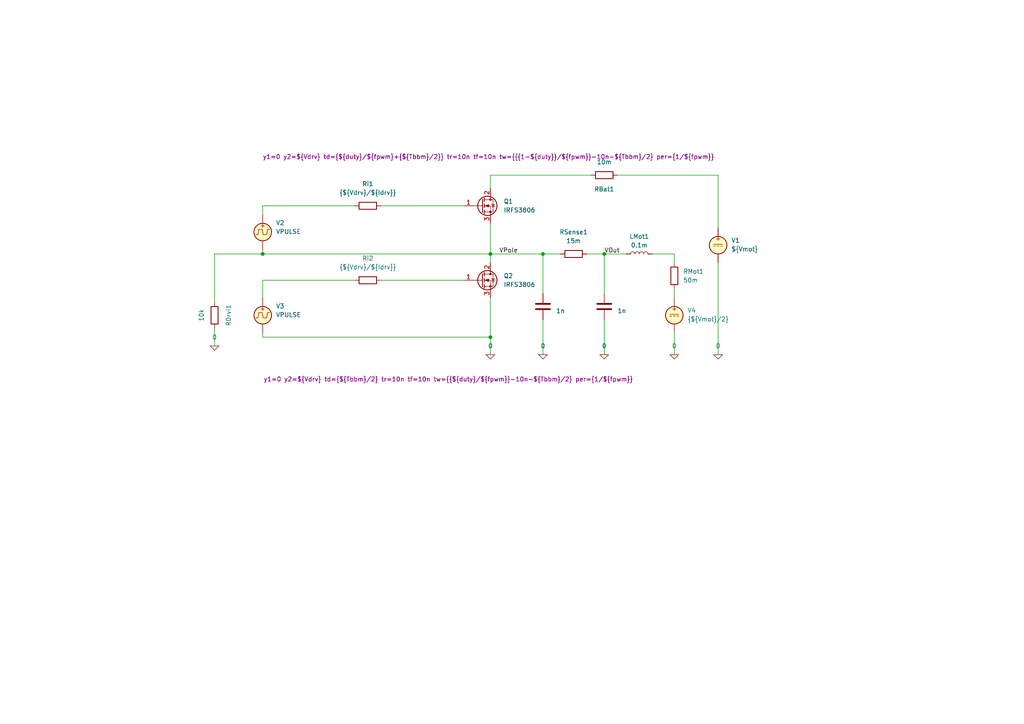
<source format=kicad_sch>
(kicad_sch (version 20250114) (generator "eeschema") (generator_version "9.0")
  (paper "A4")
  (lib_symbols
    (symbol "Device:C" (pin_numbers (hide yes)) (pin_names (offset 0.254))
      (property "Reference" "C" (at 0.635 2.54 0))
      (property "Value" "C" (at 0.635 -2.54 0))
      (symbol "C_0_1"
        (polyline (pts (xy -2.032 0.762) (xy 2.032 0.762)) (stroke (width 0.508)))
        (polyline (pts (xy -2.032 -0.762) (xy 2.032 -0.762)) (stroke (width 0.508)))
      )
      (symbol "C_1_1"
        (pin passive line (at 0 3.81 270) (length 2.794) (name "~") (number "1"))
        (pin passive line (at 0 -3.81 90) (length 2.794) (name "~") (number "2"))
      )
    )
    (symbol "Device:L" (pin_numbers (hide yes)) (pin_names (offset 1.016) (hide yes))
      (property "Reference" "L" (at -1.27 0 90))
      (property "Value" "L" (at 1.905 0 90))
      (symbol "L_0_1"
        (arc (start 0 2.54) (mid 0.6323 1.905) (end 0 1.27))
        (arc (start 0 1.27) (mid 0.6323 0.635) (end 0 0))
        (arc (start 0 0) (mid 0.6323 -0.635) (end 0 -1.27))
        (arc (start 0 -1.27) (mid 0.6323 -1.905) (end 0 -2.54))
      )
      (symbol "L_1_1"
        (pin passive line (at 0 3.81 270) (length 1.27) (name "1") (number "1"))
        (pin passive line (at 0 -3.81 90) (length 1.27) (name "2") (number "2"))
      )
    )
    (symbol "Device:R" (pin_numbers (hide yes)) (pin_names (offset 0))
      (property "Reference" "R" (at 2.032 0 90))
      (property "Value" "R" (at 0 0 90))
      (symbol "R_0_1"
        (rectangle (start -1.016 -2.54) (end 1.016 2.54) (stroke (width 0.254)))
      )
      (symbol "R_1_1"
        (pin passive line (at 0 3.81 270) (length 1.27) (name "~") (number "1"))
        (pin passive line (at 0 -3.81 90) (length 1.27) (name "~") (number "2"))
      )
    )
    (symbol "Simulation_SPICE:0" (power) (pin_numbers (hide yes)) (pin_names (offset 0) (hide yes))
      (property "Value" "0" (at 0 -2.54 0))
      (symbol "0_0_1"
        (polyline (pts (xy -1.27 0) (xy 0 -1.27) (xy 1.27 0) (xy -1.27 0)))
      )
      (symbol "0_1_1"
        (pin power_in line (at 0 0 0) (length 0) (name "~") (number "1"))
      )
    )
    (symbol "Simulation_SPICE:VDC" (pin_numbers (hide yes)) (pin_names (offset 0.0254))
      (property "Reference" "V" (at 2.54 2.54 0))
      (property "Value" "1" (at 2.54 0 0))
      (symbol "VDC_0_0"
        (polyline (pts (xy -1.27 0.254) (xy 1.27 0.254)))
        (polyline (pts (xy -0.762 -0.254) (xy -1.27 -0.254)))
        (polyline (pts (xy 0.254 -0.254) (xy -0.254 -0.254)))
        (polyline (pts (xy 1.27 -0.254) (xy 0.762 -0.254)))
        (text "+" (at 0 1.905 0) (effects (font (size 1.27 1.27))))
      )
      (symbol "VDC_0_1"
        (circle (center 0 0) (radius 2.54) (stroke (width 0.254)) (fill (type background)))
      )
      (symbol "VDC_1_1"
        (pin passive line (at 0 5.08 270) (length 2.54) (name "~") (number "1"))
        (pin passive line (at 0 -5.08 90) (length 2.54) (name "~") (number "2"))
      )
    )
    (symbol "Simulation_SPICE:VPULSE" (pin_numbers (hide yes)) (pin_names (offset 0.0254))
      (property "Reference" "V" (at 2.54 2.54 0))
      (property "Value" "VPULSE" (at 2.54 0 0))
      (property "Sim.Params" "y1=0 y2=1 td=2n tr=2n tf=2n tw=50n per=100n" (at 2.54 -2.54 0))
      (symbol "VPULSE_0_0"
        (polyline (pts (xy -2.032 -0.762) (xy -1.397 -0.762) (xy -1.143 0.762) (xy -0.127 0.762) (xy 0.127 -0.762) (xy 1.143 -0.762) (xy 1.397 0.762) (xy 2.032 0.762)))
        (text "+" (at 0 1.905 0) (effects (font (size 1.27 1.27))))
      )
      (symbol "VPULSE_0_1"
        (circle (center 0 0) (radius 2.54) (stroke (width 0.254)) (fill (type background)))
      )
      (symbol "VPULSE_1_1"
        (pin passive line (at 0 5.08 270) (length 2.54) (name "~") (number "1"))
        (pin passive line (at 0 -5.08 90) (length 2.54) (name "~") (number "2"))
      )
    )
    (symbol "Transistor_FET:IRFS4115" (pin_names (hide yes))
      (property "Reference" "Q" (at 5.08 1.905 0))
      (property "Value" "IRFS4115" (at 5.08 0 0))
      (symbol "IRFS4115_0_1"
        (polyline (pts (xy 0.254 1.905) (xy 0.254 -1.905)) (stroke (width 0.254)))
        (polyline (pts (xy 0.254 0) (xy -2.54 0)))
        (polyline (pts (xy 0.762 2.286) (xy 0.762 1.27)) (stroke (width 0.254)))
        (polyline (pts (xy 0.762 0.508) (xy 0.762 -0.508)) (stroke (width 0.254)))
        (polyline (pts (xy 0.762 -1.27) (xy 0.762 -2.286)) (stroke (width 0.254)))
        (polyline (pts (xy 0.762 -1.778) (xy 3.302 -1.778) (xy 3.302 1.778) (xy 0.762 1.778)))
        (polyline (pts (xy 1.016 0) (xy 2.032 0.381) (xy 2.032 -0.381) (xy 1.016 0)) (fill (type outline)))
        (circle (center 1.651 0) (radius 2.794) (stroke (width 0.254)))
        (polyline (pts (xy 2.54 2.54) (xy 2.54 1.778)))
        (circle (center 2.54 1.778) (radius 0.254) (fill (type outline)))
        (circle (center 2.54 -1.778) (radius 0.254) (fill (type outline)))
        (polyline (pts (xy 2.54 -2.54) (xy 2.54 0) (xy 0.762 0)))
        (polyline (pts (xy 2.794 0.508) (xy 2.921 0.381) (xy 3.683 0.381) (xy 3.81 0.254)))
        (polyline (pts (xy 3.302 0.381) (xy 2.921 -0.254) (xy 3.683 -0.254) (xy 3.302 0.381)))
      )
      (symbol "IRFS4115_1_1"
        (pin passive line (at -5.08 0 0) (length 2.54) (name "G") (number "1"))
        (pin passive line (at 2.54 5.08 270) (length 2.54) (name "D") (number "2"))
        (pin passive line (at 2.54 -5.08 90) (length 2.54) (name "S") (number "3"))
      )
    )
  )
  (junction (at 142.24 73.66))
  (junction (at 175.26 73.66))
  (junction (at 142.24 97.79))
  (junction (at 76.2 73.66))
  (junction (at 157.48 73.66))
  (wire (pts (xy 142.24 73.66) (xy 142.24 76.2)))
  (wire (pts (xy 179.07 50.8) (xy 208.28 50.8)))
  (wire (pts (xy 142.24 73.66) (xy 157.48 73.66)))
  (wire (pts (xy 157.48 73.66) (xy 157.48 85.09)))
  (wire (pts (xy 208.28 76.2) (xy 208.28 102.87)))
  (wire (pts (xy 76.2 73.66) (xy 142.24 73.66)))
  (wire (pts (xy 170.18 73.66) (xy 175.26 73.66)))
  (wire (pts (xy 76.2 59.69) (xy 102.87 59.69)))
  (wire (pts (xy 189.23 73.66) (xy 195.58 73.66)))
  (wire (pts (xy 62.23 95.25) (xy 62.23 100.33)))
  (wire (pts (xy 175.26 73.66) (xy 175.26 85.09)))
  (wire (pts (xy 142.24 97.79) (xy 142.24 102.87)))
  (wire (pts (xy 62.23 87.63) (xy 62.23 73.66)))
  (wire (pts (xy 195.58 73.66) (xy 195.58 76.2)))
  (wire (pts (xy 208.28 50.8) (xy 208.28 66.04)))
  (wire (pts (xy 142.24 50.8) (xy 142.24 54.61)))
  (wire (pts (xy 157.48 73.66) (xy 162.56 73.66)))
  (wire (pts (xy 195.58 96.52) (xy 195.58 102.87)))
  (wire (pts (xy 142.24 50.8) (xy 171.45 50.8)))
  (wire (pts (xy 110.49 81.28) (xy 134.62 81.28)))
  (wire (pts (xy 62.23 73.66) (xy 76.2 73.66)))
  (wire (pts (xy 175.26 92.71) (xy 175.26 102.87)))
  (wire (pts (xy 175.26 73.66) (xy 181.61 73.66)))
  (wire (pts (xy 110.49 59.69) (xy 134.62 59.69)))
  (wire (pts (xy 142.24 64.77) (xy 142.24 73.66)))
  (wire (pts (xy 76.2 72.39) (xy 76.2 73.66)))
  (wire (pts (xy 157.48 92.71) (xy 157.48 102.87)))
  (wire (pts (xy 76.2 81.28) (xy 102.87 81.28)))
  (wire (pts (xy 195.58 83.82) (xy 195.58 86.36)))
  (wire (pts (xy 76.2 96.52) (xy 76.2 97.79)))
  (wire (pts (xy 76.2 81.28) (xy 76.2 86.36)))
  (wire (pts (xy 76.2 97.79) (xy 142.24 97.79)))
  (wire (pts (xy 142.24 86.36) (xy 142.24 97.79)))
  (wire (pts (xy 76.2 59.69) (xy 76.2 62.23)))
  (label "VOut" (at 175.26 73.66 0))
  (label "VPole" (at 144.78 73.66 0))
  (symbol (lib_id "Simulation_SPICE:VDC") (at 208.28 71.12 0) (unit 1)
    (property "Reference" "V1" (at 212.09 69.7201 0) (effects (justify left)))
    (property "Value" "${Vmot}" (at 212.09 72.2601 0) (effects (justify left)))
    (property "Datasheet" "https://ngspice.sourceforge.io/docs/ngspice-html-manual/manual.xhtml#sec_Independent_Sources_for" (effects (hide yes)))
    (property "Description" "Voltage source, DC" (effects (hide yes)))
    (property "Sim.Pins" "1=+ 2=-" (effects (hide yes)))
    (property "Sim.Type" "DC" (effects (hide yes)))
    (property "Sim.Device" "V" (effects (hide yes)))
  )
  (symbol (lib_id "Simulation_SPICE:VDC") (at 195.58 91.44 0) (unit 1)
    (property "Reference" "V4" (at 199.39 90.0401 0) (effects (justify left)))
    (property "Value" "{${Vmot}/2}" (at 199.39 92.5801 0) (effects (justify left)))
    (property "Datasheet" "https://ngspice.sourceforge.io/docs/ngspice-html-manual/manual.xhtml#sec_Independent_Sources_for" (effects (hide yes)))
    (property "Description" "Voltage source, DC" (effects (hide yes)))
    (property "Sim.Pins" "1=+ 2=-" (effects (hide yes)))
    (property "Sim.Type" "DC" (effects (hide yes)))
    (property "Sim.Device" "V" (effects (hide yes)))
  )
  (symbol (lib_id "Device:R") (at 106.68 59.69 90) (unit 1)
    (property "Reference" "Ri1" (at 106.68 53.34 90))
    (property "Value" "{${Vdrv}/${Idrv}}" (at 106.68 55.88 90))
    (property "Description" "Resistor" (effects (hide yes)))
  )
  (symbol (lib_id "Device:C") (at 157.48 88.9 0) (unit 1)
    (property "Reference" "C1" (effects (hide yes)))
    (property "Value" "1n" (at 161.29 90.1699 0) (effects (justify left)))
    (property "Description" "Unpolarized capacitor" (effects (hide yes)))
  )
  (symbol (lib_id "Simulation_SPICE:0") (at 208.28 102.87 0) (unit 1)
    (property "Reference" "#GND02" (effects (hide yes)))
    (property "Value" "0" (at 208.28 100.33 0))
    (property "Datasheet" "https://ngspice.sourceforge.io/docs/ngspice-html-manual/manual.xhtml#subsec_Circuit_elements__device" (effects (hide yes)))
    (property "Description" "0V reference potential for simulation" (effects (hide yes)))
  )
  (symbol (lib_id "Device:R") (at 195.58 80.01 0) (unit 1)
    (property "Reference" "RMot1" (at 198.12 78.7399 0) (effects (justify left)))
    (property "Value" "50m" (at 198.12 81.2799 0) (effects (justify left)))
    (property "Description" "Resistor" (effects (hide yes)))
  )
  (symbol (lib_id "Device:R") (at 106.68 81.28 90) (unit 1)
    (property "Reference" "Ri2" (at 106.68 74.93 90))
    (property "Value" "{${Vdrv}/${Idrv}}" (at 106.68 77.47 90))
    (property "Description" "Resistor" (effects (hide yes)))
  )
  (symbol (lib_id "Simulation_SPICE:0") (at 142.24 102.87 0) (unit 1)
    (property "Reference" "#GND01" (effects (hide yes)))
    (property "Value" "0" (at 142.24 100.33 0))
    (property "Datasheet" "https://ngspice.sourceforge.io/docs/ngspice-html-manual/manual.xhtml#subsec_Circuit_elements__device" (effects (hide yes)))
    (property "Description" "0V reference potential for simulation" (effects (hide yes)))
  )
  (symbol (lib_id "Simulation_SPICE:0") (at 62.23 100.33 0) (unit 1)
    (property "Reference" "#GND06" (effects (hide yes)))
    (property "Value" "0" (at 62.23 97.79 0))
    (property "Datasheet" "https://ngspice.sourceforge.io/docs/ngspice-html-manual/manual.xhtml#subsec_Circuit_elements__device" (effects (hide yes)))
    (property "Description" "0V reference potential for simulation" (effects (hide yes)))
  )
  (symbol (lib_id "Simulation_SPICE:VPULSE") (at 76.2 67.31 0) (unit 1)
    (property "Reference" "V2" (at 80.01 64.6401 0) (effects (justify left)))
    (property "Value" "VPULSE" (at 80.01 67.1801 0) (effects (justify left)))
    (property "Datasheet" "https://ngspice.sourceforge.io/docs/ngspice-html-manual/manual.xhtml#sec_Independent_Sources_for" (effects (hide yes)))
    (property "Description" "Voltage source, pulse" (effects (hide yes)))
    (property "Sim.Pins" "1=+ 2=-" (effects (hide yes)))
    (property "Sim.Type" "PULSE" (effects (hide yes)))
    (property "Sim.Device" "V" (effects (hide yes)))
    (property "Sim.Params" "y1=0 y2=${Vdrv} td={${duty}/${fpwm}+{${Tbbm}/2}} tr=10n tf=10n tw={{{1-${duty}}/${fpwm}}-10n-${Tbbm}/2} per={1/${fpwm}}" (at 76.2 45.466 0) (effects (justify left)))
  )
  (symbol (lib_id "Simulation_SPICE:0") (at 175.26 102.87 0) (unit 1)
    (property "Reference" "#GND05" (effects (hide yes)))
    (property "Value" "0" (at 175.26 100.33 0))
    (property "Datasheet" "https://ngspice.sourceforge.io/docs/ngspice-html-manual/manual.xhtml#subsec_Circuit_elements__device" (effects (hide yes)))
    (property "Description" "0V reference potential for simulation" (effects (hide yes)))
  )
  (symbol (lib_id "Device:R") (at 62.23 91.44 180) (unit 1)
    (property "Reference" "RDrvI1" (at 66.294 91.44 90))
    (property "Value" "10k" (at 58.42 91.44 90))
    (property "Description" "Resistor" (effects (hide yes)))
  )
  (symbol (lib_id "Simulation_SPICE:0") (at 157.48 102.87 0) (unit 1)
    (property "Reference" "#GND04" (effects (hide yes)))
    (property "Value" "0" (at 157.48 100.33 0))
    (property "Datasheet" "https://ngspice.sourceforge.io/docs/ngspice-html-manual/manual.xhtml#subsec_Circuit_elements__device" (effects (hide yes)))
    (property "Description" "0V reference potential for simulation" (effects (hide yes)))
  )
  (symbol (lib_id "Device:L") (at 185.42 73.66 90) (unit 1)
    (property "Reference" "LMot1" (at 185.42 68.58 90))
    (property "Value" "0.1m" (at 185.42 71.12 90))
    (property "Description" "Inductor" (effects (hide yes)))
    (property "Sim.Device" "L" (effects (hide yes)))
    (property "Sim.Pins" "1=+ 2=-" (effects (hide yes)))
  )
  (symbol (lib_id "Device:R") (at 175.26 50.8 90) (unit 1)
    (property "Reference" "RBat1" (at 175.26 54.864 90))
    (property "Value" "10m" (at 175.26 46.99 90))
    (property "Description" "Resistor" (effects (hide yes)))
  )
  (symbol (lib_id "Simulation_SPICE:0") (at 195.58 102.87 0) (unit 1)
    (property "Reference" "#GND03" (effects (hide yes)))
    (property "Value" "0" (at 195.58 100.33 0))
    (property "Datasheet" "https://ngspice.sourceforge.io/docs/ngspice-html-manual/manual.xhtml#subsec_Circuit_elements__device" (effects (hide yes)))
    (property "Description" "0V reference potential for simulation" (effects (hide yes)))
  )
  (symbol (lib_id "Simulation_SPICE:VPULSE") (at 76.2 91.44 0) (unit 1)
    (property "Reference" "V3" (at 80.01 88.7701 0) (effects (justify left)))
    (property "Value" "VPULSE" (at 80.01 91.3101 0) (effects (justify left)))
    (property "Datasheet" "https://ngspice.sourceforge.io/docs/ngspice-html-manual/manual.xhtml#sec_Independent_Sources_for" (effects (hide yes)))
    (property "Description" "Voltage source, pulse" (effects (hide yes)))
    (property "Sim.Pins" "1=+ 2=-" (effects (hide yes)))
    (property "Sim.Type" "PULSE" (effects (hide yes)))
    (property "Sim.Device" "V" (effects (hide yes)))
    (property "Sim.Params" "y1=0 y2=${Vdrv} td={${Tbbm}/2} tr=10n tf=10n tw={{${duty}/${fpwm}}-10n-${Tbbm}/2} per={1/${fpwm}}" (at 76.454 109.982 0) (effects (justify left)))
  )
  (symbol (lib_id "Transistor_FET:IRFS4115") (at 139.7 59.69 0) (unit 1)
    (property "Reference" "Q1" (at 146.05 58.4199 0) (effects (justify left)))
    (property "Value" "IRFS3806" (at 146.05 60.9599 0) (effects (justify left)))
    (property "Footprint" "Package_TO_SOT_SMD:TO-263-2" (effects (hide yes)))
    (property "Datasheet" "https://www.infineon.com/dgdl/irfs4115pbf.pdf?fileId=5546d462533600a401535636e5d2218f" (effects (hide yes)))
    (property "Description" "99A Id, 150V Vds, 10.3mOhm Rds, N-Channel HEXFET Power MOSFET, D2PAK" (effects (hide yes)))
    (property "Sim.Library" "irfb-s-sl3806pbf.spi" (effects (hide yes)))
    (property "Sim.Name" "irfb_s_sl3806pbf" (effects (hide yes)))
    (property "Sim.Device" "SUBCKT" (effects (hide yes)))
    (property "Sim.Pins" "1=2 2=1 3=3" (effects (hide yes)))
  )
  (symbol (lib_id "Transistor_FET:IRFS4115") (at 139.7 81.28 0) (unit 1)
    (property "Reference" "Q2" (at 146.05 80.0099 0) (effects (justify left)))
    (property "Value" "IRFS3806" (at 146.05 82.5499 0) (effects (justify left)))
    (property "Footprint" "Package_TO_SOT_SMD:TO-263-2" (effects (hide yes)))
    (property "Datasheet" "https://www.infineon.com/dgdl/irfs4115pbf.pdf?fileId=5546d462533600a401535636e5d2218f" (effects (hide yes)))
    (property "Description" "99A Id, 150V Vds, 10.3mOhm Rds, N-Channel HEXFET Power MOSFET, D2PAK" (effects (hide yes)))
    (property "Sim.Library" "irfb-s-sl3806pbf.spi" (effects (hide yes)))
    (property "Sim.Name" "irfb_s_sl3806pbf" (effects (hide yes)))
    (property "Sim.Device" "SUBCKT" (effects (hide yes)))
    (property "Sim.Pins" "1=2 2=1 3=3" (effects (hide yes)))
  )
  (symbol (lib_id "Device:R") (at 166.37 73.66 90) (unit 1)
    (property "Reference" "RSense1" (at 166.37 67.31 90))
    (property "Value" "15m" (at 166.37 69.85 90))
    (property "Description" "Resistor" (effects (hide yes)))
  )
  (symbol (lib_id "Device:C") (at 175.26 88.9 0) (unit 1)
    (property "Reference" "C2" (effects (hide yes)))
    (property "Value" "1n" (at 179.07 90.1699 0) (effects (justify left)))
    (property "Description" "Unpolarized capacitor" (effects (hide yes)))
  )
)
</source>
